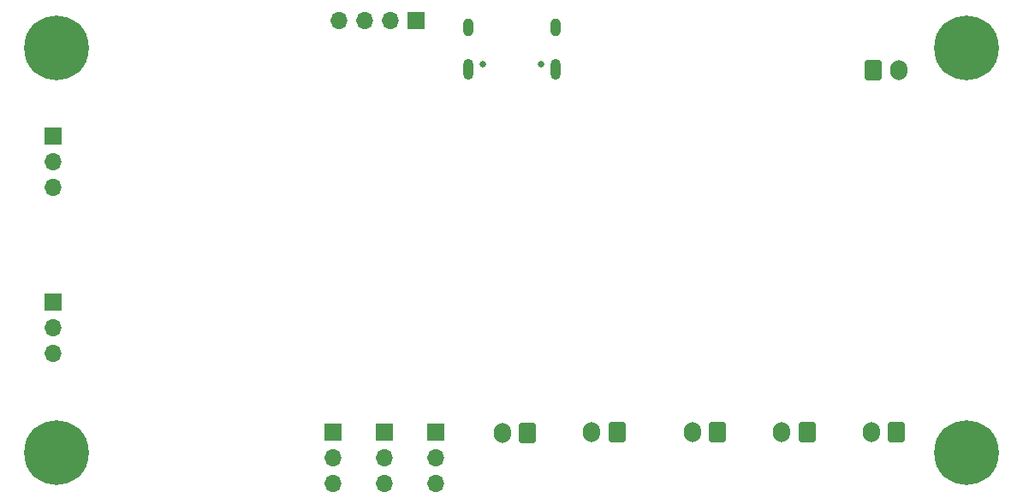
<source format=gbr>
%TF.GenerationSoftware,KiCad,Pcbnew,8.0.1*%
%TF.CreationDate,2024-04-23T22:04:51+02:00*%
%TF.ProjectId,OpenHand_v2,4f70656e-4861-46e6-945f-76322e6b6963,rev?*%
%TF.SameCoordinates,Original*%
%TF.FileFunction,Soldermask,Bot*%
%TF.FilePolarity,Negative*%
%FSLAX46Y46*%
G04 Gerber Fmt 4.6, Leading zero omitted, Abs format (unit mm)*
G04 Created by KiCad (PCBNEW 8.0.1) date 2024-04-23 22:04:51*
%MOMM*%
%LPD*%
G01*
G04 APERTURE LIST*
G04 Aperture macros list*
%AMRoundRect*
0 Rectangle with rounded corners*
0 $1 Rounding radius*
0 $2 $3 $4 $5 $6 $7 $8 $9 X,Y pos of 4 corners*
0 Add a 4 corners polygon primitive as box body*
4,1,4,$2,$3,$4,$5,$6,$7,$8,$9,$2,$3,0*
0 Add four circle primitives for the rounded corners*
1,1,$1+$1,$2,$3*
1,1,$1+$1,$4,$5*
1,1,$1+$1,$6,$7*
1,1,$1+$1,$8,$9*
0 Add four rect primitives between the rounded corners*
20,1,$1+$1,$2,$3,$4,$5,0*
20,1,$1+$1,$4,$5,$6,$7,0*
20,1,$1+$1,$6,$7,$8,$9,0*
20,1,$1+$1,$8,$9,$2,$3,0*%
G04 Aperture macros list end*
%ADD10O,1.700000X1.700000*%
%ADD11R,1.700000X1.700000*%
%ADD12C,0.800000*%
%ADD13C,6.400000*%
%ADD14O,1.700000X2.000000*%
%ADD15RoundRect,0.250000X0.600000X0.750000X-0.600000X0.750000X-0.600000X-0.750000X0.600000X-0.750000X0*%
%ADD16RoundRect,0.250000X-0.600000X-0.750000X0.600000X-0.750000X0.600000X0.750000X-0.600000X0.750000X0*%
%ADD17O,1.000000X1.800000*%
%ADD18O,1.000000X2.100000*%
%ADD19C,0.650000*%
G04 APERTURE END LIST*
D10*
%TO.C,J12*%
X132910000Y-102250000D03*
X135450000Y-102250000D03*
X137990000Y-102250000D03*
D11*
X140530000Y-102250000D03*
%TD*%
D12*
%TO.C,H4*%
X197400000Y-145000000D03*
X196697056Y-146697056D03*
X196697056Y-143302944D03*
X195000000Y-147400000D03*
D13*
X195000000Y-145000000D03*
D12*
X195000000Y-142600000D03*
X193302944Y-146697056D03*
X193302944Y-143302944D03*
X192600000Y-145000000D03*
%TD*%
D14*
%TO.C,J1*%
X167850000Y-143035000D03*
D15*
X170350000Y-143035000D03*
%TD*%
D12*
%TO.C,H1*%
X107400000Y-105000000D03*
X106697056Y-106697056D03*
X106697056Y-103302944D03*
X105000000Y-107400000D03*
D13*
X105000000Y-105000000D03*
D12*
X105000000Y-102600000D03*
X103302944Y-106697056D03*
X103302944Y-103302944D03*
X102600000Y-105000000D03*
%TD*%
D10*
%TO.C,J13*%
X142500000Y-148080000D03*
X142500000Y-145540000D03*
D11*
X142500000Y-143000000D03*
%TD*%
D14*
%TO.C,J7*%
X149050000Y-143067500D03*
D15*
X151550000Y-143067500D03*
%TD*%
D10*
%TO.C,J11*%
X104600000Y-135240000D03*
X104600000Y-132700000D03*
D11*
X104600000Y-130160000D03*
%TD*%
D10*
%TO.C,J4*%
X132340000Y-148080000D03*
X132340000Y-145540000D03*
D11*
X132340000Y-143000000D03*
%TD*%
D14*
%TO.C,J3*%
X188250000Y-107232500D03*
D16*
X185750000Y-107232500D03*
%TD*%
D12*
%TO.C,H3*%
X107400000Y-145000000D03*
X106697056Y-146697056D03*
X106697056Y-143302944D03*
X105000000Y-147400000D03*
D13*
X105000000Y-145000000D03*
D12*
X105000000Y-142600000D03*
X103302944Y-146697056D03*
X103302944Y-143302944D03*
X102600000Y-145000000D03*
%TD*%
D10*
%TO.C,J9*%
X137420000Y-148080000D03*
X137420000Y-145540000D03*
D11*
X137420000Y-143000000D03*
%TD*%
D17*
%TO.C,J5*%
X145680000Y-102925000D03*
D18*
X145680000Y-107125000D03*
D17*
X154320000Y-102925000D03*
D18*
X154320000Y-107125000D03*
D19*
X147110000Y-106605000D03*
X152890000Y-106605000D03*
%TD*%
D14*
%TO.C,J2*%
X176700000Y-143035000D03*
D15*
X179200000Y-143035000D03*
%TD*%
D10*
%TO.C,J8*%
X104600000Y-118800000D03*
X104600000Y-116260000D03*
D11*
X104600000Y-113720000D03*
%TD*%
D14*
%TO.C,J6*%
X185550000Y-143035000D03*
D15*
X188050000Y-143035000D03*
%TD*%
D12*
%TO.C,H2*%
X197400000Y-105000000D03*
X196697056Y-106697056D03*
X196697056Y-103302944D03*
X195000000Y-107400000D03*
D13*
X195000000Y-105000000D03*
D12*
X195000000Y-102600000D03*
X193302944Y-106697056D03*
X193302944Y-103302944D03*
X192600000Y-105000000D03*
%TD*%
D14*
%TO.C,J10*%
X157900000Y-143035000D03*
D15*
X160400000Y-143035000D03*
%TD*%
M02*

</source>
